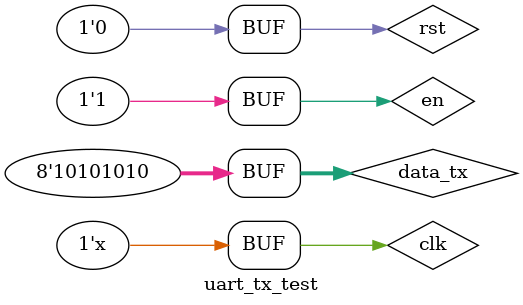
<source format=v>
`timescale 1ns / 1ps


module uart_tx_test;

	// Inputs
	reg clk;
	reg rst;
	reg en;
	reg [7:0] data_tx;

	// Outputs
	wire rdy;
	wire dout;
  
   parameter clks_tw = 10416;



	// Instantiate the Unit Under Test (UUT)
	uart_tx uut (
		.clk(clk), 
		.rst(rst), 
		.en(en), 
		.data_tx(data_tx), 
		.rdy(rdy), 
		.dout(dout)
	);

	always
	begin
		#20 clk <= ~clk;
	end

	initial begin
		// Initialize Inputs
		clk = 0;
		rst = 0;
		en = 0;
		data_tx = 0;
      
        
		// Add stimulus here
		data_tx <= 8'b10101010;
		en <= 1;
		
//		clk <= 10416;
		
		#100000;

	end
      
endmodule


</source>
